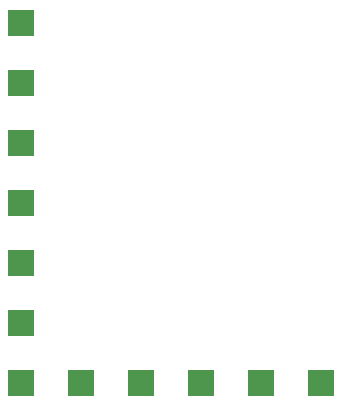
<source format=gbs>
G04 #@! TF.FileFunction,Soldermask,Bot*
%FSLAX46Y46*%
G04 Gerber Fmt 4.6, Leading zero omitted, Abs format (unit mm)*
G04 Created by KiCad (PCBNEW 0.201412131231+5320~19~ubuntu14.04.1-product) date Mon 15 Dec 2014 14:31:32 AEDT*
%MOMM*%
G01*
G04 APERTURE LIST*
%ADD10C,0.100000*%
%ADD11R,2.235200X2.235200*%
G04 APERTURE END LIST*
D10*
D11*
X125095000Y-101600000D03*
X150495000Y-127000000D03*
X125095000Y-96520000D03*
X130175000Y-127000000D03*
X135255000Y-127000000D03*
X140335000Y-127000000D03*
X125095000Y-116840000D03*
X125095000Y-106680000D03*
X125095000Y-111760000D03*
X125095000Y-127000000D03*
X125095000Y-121920000D03*
X145415000Y-127000000D03*
M02*

</source>
